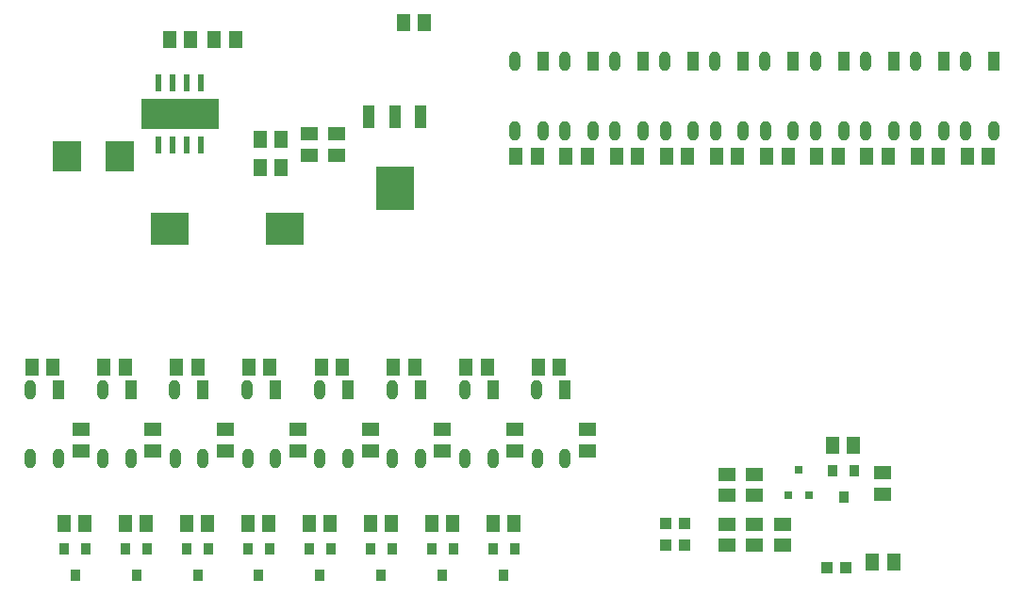
<source format=gtp>
%FSLAX42Y42*%
%MOMM*%
G71*
G01*
G75*
%ADD10R,1.10X1.00*%
%ADD11R,1.50X1.30*%
%ADD12R,1.30X1.50*%
%ADD13R,0.76X0.76*%
%ADD14R,0.85X1.00*%
%ADD15R,3.50X4.00*%
%ADD16R,1.00X2.00*%
%ADD17O,1.00X1.80*%
%ADD18R,1.00X1.80*%
%ADD19R,0.60X1.50*%
%ADD20R,7.00X2.80*%
%ADD21R,2.50X2.70*%
%ADD22R,3.40X3.00*%
%ADD23C,0.80*%
%ADD24C,0.50*%
%ADD25C,0.30*%
%ADD26C,1.00*%
%ADD27C,0.60*%
%ADD28C,2.00*%
%ADD29C,0.25*%
%ADD30C,1.20*%
%ADD31C,0.40*%
%ADD32C,0.20*%
%ADD33R,11.00X2.50*%
%ADD34R,11.00X2.50*%
%ADD35R,2.00X0.75*%
%ADD36R,1.75X11.00*%
%ADD37R,3.25X7.50*%
%ADD38R,10.50X8.75*%
%ADD39R,1.99X5.39*%
%ADD40R,7.25X16.25*%
%ADD41R,5.00X10.00*%
%ADD42R,3.00X2.50*%
%ADD43R,5.75X2.75*%
%ADD44C,1.50*%
%ADD45C,1.20*%
%ADD46R,1.50X1.50*%
%ADD47R,1.20X1.20*%
%ADD48C,2.50*%
%ADD49R,1.30X1.30*%
%ADD50C,1.30*%
%ADD51C,2.00*%
%ADD52C,4.76*%
%ADD53R,1.69X1.69*%
%ADD54C,1.69*%
%ADD55C,1.40*%
%ADD56C,3.00*%
%ADD57C,1.60*%
%ADD58R,1.60X1.60*%
%ADD59C,3.30*%
%ADD60C,1.60*%
%ADD61R,1.60X1.60*%
%ADD62C,1.00*%
%ADD63R,15.00X5.00*%
%ADD64R,4.75X10.50*%
%ADD65R,7.50X10.75*%
%ADD66R,10.29X7.25*%
%ADD67R,13.50X10.25*%
%ADD68R,7.75X22.50*%
%ADD69C,0.25*%
%ADD70C,0.15*%
%ADD71R,1.82X0.60*%
%ADD72R,0.20X1.70*%
%ADD73R,1.70X0.30*%
%ADD74R,0.80X0.50*%
%ADD75R,1.61X0.20*%
%ADD76C,0.06*%
%ADD77R,3.00X12.00*%
%ADD78R,7.00X1.50*%
%ADD79R,2.00X2.00*%
%ADD80R,2.00X2.00*%
%ADD81R,1.70X0.40*%
D10*
X7520Y-7500D02*
D03*
X7350D02*
D03*
X6070Y-7300D02*
D03*
X5900D02*
D03*
X6070Y-7100D02*
D03*
X5900D02*
D03*
D11*
X6700Y-7300D02*
D03*
Y-7110D02*
D03*
X2950Y-3790D02*
D03*
Y-3600D02*
D03*
X6450Y-7110D02*
D03*
Y-7300D02*
D03*
X6700Y-6850D02*
D03*
Y-6660D02*
D03*
X6450Y-6660D02*
D03*
Y-6850D02*
D03*
X7850Y-6840D02*
D03*
Y-6650D02*
D03*
X6950Y-7110D02*
D03*
Y-7300D02*
D03*
X3250Y-6260D02*
D03*
Y-6450D02*
D03*
X3900Y-6260D02*
D03*
Y-6450D02*
D03*
X4550Y-6260D02*
D03*
Y-6450D02*
D03*
X5200Y-6260D02*
D03*
Y-6450D02*
D03*
X650Y-6260D02*
D03*
Y-6450D02*
D03*
X1300Y-6260D02*
D03*
Y-6450D02*
D03*
X1950Y-6260D02*
D03*
Y-6450D02*
D03*
X2600Y-6260D02*
D03*
Y-6450D02*
D03*
X2700Y-3600D02*
D03*
Y-3790D02*
D03*
D12*
X8350Y-3800D02*
D03*
X8160D02*
D03*
X7590Y-6400D02*
D03*
X7400D02*
D03*
X7760Y-7450D02*
D03*
X7950D02*
D03*
X3740Y-2600D02*
D03*
X3550D02*
D03*
X7710Y-3800D02*
D03*
X7900D02*
D03*
X8610D02*
D03*
X8800D02*
D03*
X4560D02*
D03*
X4750D02*
D03*
X5010D02*
D03*
X5200D02*
D03*
X5460D02*
D03*
X5650D02*
D03*
X5910D02*
D03*
X6100D02*
D03*
X6360D02*
D03*
X6550D02*
D03*
X6810D02*
D03*
X7000D02*
D03*
X7260D02*
D03*
X7450D02*
D03*
X2890Y-7100D02*
D03*
X2700D02*
D03*
X3440D02*
D03*
X3250D02*
D03*
X3990D02*
D03*
X3800D02*
D03*
X4540D02*
D03*
X4350D02*
D03*
X2810Y-5700D02*
D03*
X3000D02*
D03*
X3460D02*
D03*
X3650D02*
D03*
X4110D02*
D03*
X4300D02*
D03*
X4760D02*
D03*
X4950D02*
D03*
X690Y-7100D02*
D03*
X500D02*
D03*
X1240D02*
D03*
X1050D02*
D03*
X1790D02*
D03*
X1600D02*
D03*
X2340D02*
D03*
X2150D02*
D03*
X210Y-5700D02*
D03*
X400D02*
D03*
X860D02*
D03*
X1050D02*
D03*
X1510D02*
D03*
X1700D02*
D03*
X2160D02*
D03*
X2350D02*
D03*
X1640Y-2750D02*
D03*
X1450D02*
D03*
X2260Y-3650D02*
D03*
X2450D02*
D03*
X1850Y-2750D02*
D03*
X2040D02*
D03*
X2450Y-3900D02*
D03*
X2260D02*
D03*
D13*
X7095Y-6620D02*
D03*
X7000Y-6850D02*
D03*
X7190D02*
D03*
D14*
X7500Y-6870D02*
D03*
X7405Y-6630D02*
D03*
X7595D02*
D03*
X2800Y-7570D02*
D03*
X2705Y-7330D02*
D03*
X2895D02*
D03*
X3350Y-7570D02*
D03*
X3255Y-7330D02*
D03*
X3445D02*
D03*
X3900Y-7570D02*
D03*
X3805Y-7330D02*
D03*
X3995D02*
D03*
X4450Y-7570D02*
D03*
X4355Y-7330D02*
D03*
X4545D02*
D03*
X600Y-7570D02*
D03*
X505Y-7330D02*
D03*
X695D02*
D03*
X1150Y-7570D02*
D03*
X1055Y-7330D02*
D03*
X1245D02*
D03*
X1700Y-7570D02*
D03*
X1605Y-7330D02*
D03*
X1795D02*
D03*
X2250Y-7570D02*
D03*
X2155Y-7330D02*
D03*
X2345D02*
D03*
D15*
X3470Y-4090D02*
D03*
D16*
X3700Y-3450D02*
D03*
X3470D02*
D03*
X3240D02*
D03*
D17*
X4550Y-3570D02*
D03*
X4800D02*
D03*
X4546Y-2950D02*
D03*
X5000Y-3570D02*
D03*
X5250D02*
D03*
X4996Y-2950D02*
D03*
X5450Y-3570D02*
D03*
X5700D02*
D03*
X5446Y-2950D02*
D03*
X5900Y-3570D02*
D03*
X6150D02*
D03*
X5896Y-2950D02*
D03*
X6350Y-3570D02*
D03*
X6600D02*
D03*
X6346Y-2950D02*
D03*
X2800Y-6520D02*
D03*
X3050D02*
D03*
X2796Y-5900D02*
D03*
X3450Y-6520D02*
D03*
X3700D02*
D03*
X3446Y-5900D02*
D03*
X4100Y-6520D02*
D03*
X4350D02*
D03*
X4096Y-5900D02*
D03*
X4750Y-6520D02*
D03*
X5000D02*
D03*
X4746Y-5900D02*
D03*
X200Y-6520D02*
D03*
X450D02*
D03*
X196Y-5900D02*
D03*
X850Y-6520D02*
D03*
X1100D02*
D03*
X846Y-5900D02*
D03*
X1500Y-6520D02*
D03*
X1750D02*
D03*
X1496Y-5900D02*
D03*
X2150Y-6520D02*
D03*
X2400D02*
D03*
X2146Y-5900D02*
D03*
X8596Y-2950D02*
D03*
X8850Y-3570D02*
D03*
X8600D02*
D03*
X8146Y-2950D02*
D03*
X8400Y-3570D02*
D03*
X8150D02*
D03*
X7696Y-2950D02*
D03*
X7950Y-3570D02*
D03*
X7700D02*
D03*
X7246Y-2950D02*
D03*
X7500Y-3570D02*
D03*
X7250D02*
D03*
X6796Y-2950D02*
D03*
X7050Y-3570D02*
D03*
X6800D02*
D03*
D18*
X4800Y-2950D02*
D03*
X5250D02*
D03*
X5700D02*
D03*
X6150D02*
D03*
X6600D02*
D03*
X3050Y-5900D02*
D03*
X3700D02*
D03*
X4350D02*
D03*
X5000D02*
D03*
X450D02*
D03*
X1100D02*
D03*
X1750D02*
D03*
X2400D02*
D03*
X8850Y-2950D02*
D03*
X8400D02*
D03*
X7950D02*
D03*
X7500D02*
D03*
X7050D02*
D03*
D19*
X1731Y-3140D02*
D03*
X1604D02*
D03*
X1477D02*
D03*
X1350D02*
D03*
X1731Y-3700D02*
D03*
X1604D02*
D03*
X1477D02*
D03*
X1350D02*
D03*
D20*
X1540Y-3420D02*
D03*
D21*
X1000Y-3800D02*
D03*
X530D02*
D03*
D22*
X2480Y-4450D02*
D03*
X1450D02*
D03*
M02*

</source>
